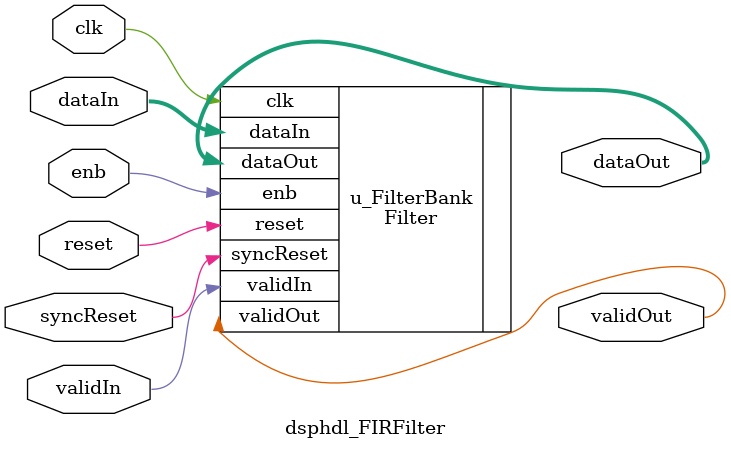
<source format=v>



`timescale 1 ns / 1 ns

module dsphdl_FIRFilter
          (clk,
           reset,
           enb,
           dataIn,
           validIn,
           syncReset,
           dataOut,
           validOut);


  input   clk;
  input   reset;
  input   enb;
  input   signed [31:0] dataIn;  // sfix32_En30
  input   validIn;
  input   syncReset;
  output  signed [68:0] dataOut;  // sfix69_En66
  output  validOut;




  Filter u_FilterBank (.clk(clk),
                       .reset(reset),
                       .enb(enb),
                       .dataIn(dataIn),  // sfix32_En30
                       .validIn(validIn),
                       .syncReset(syncReset),
                       .dataOut(dataOut),  // sfix69_En66
                       .validOut(validOut)
                       );

endmodule  // dsphdl_FIRFilter


</source>
